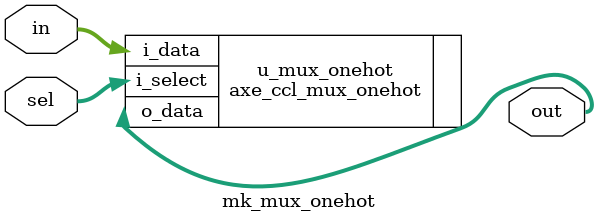
<source format=sv>

module mk_mux_onehot (
  out,
  sel,
  in
);
  parameter N = 2;
  parameter W = 8;

  output [W - 1:0] out;
  input [N - 1:0] sel;
  input [(N * W) - 1:0] in;

  axe_ccl_mux_onehot #(
    .DataWidth(W),
    .NumInputs(N)
  ) u_mux_onehot (
    .i_data(in),
    .i_select(sel),
    .o_data(out)
  );

endmodule

</source>
